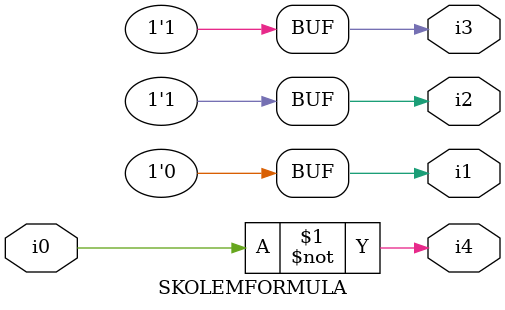
<source format=v>

module SKOLEMFORMULA ( 
    i0,
    i1, i2, i3, i4  );
  input  i0;
  output i1, i2, i3, i4;
  assign i1 = 1'b0;
  assign i2 = 1'b1;
  assign i3 = 1'b1;
  assign i4 = ~i0;
endmodule



</source>
